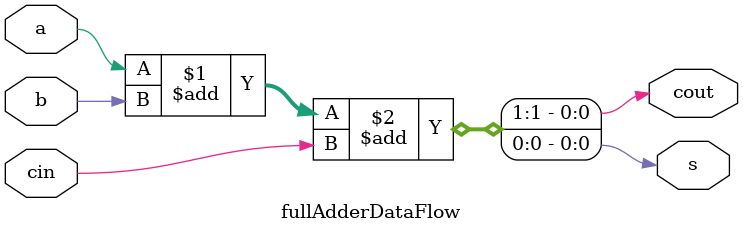
<source format=v>
`timescale 1ns / 1ns


module fullAdderDataFlow(
    output cout,
    output s,
    input a,
    input b,
    input cin
    );

assign {cout,s} = a + b + cin;
    
endmodule

</source>
